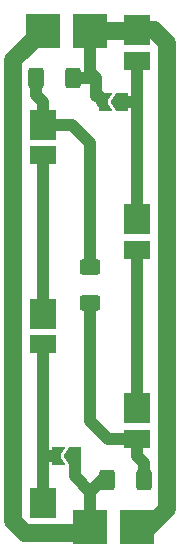
<source format=gbr>
%TF.GenerationSoftware,KiCad,Pcbnew,6.0.7*%
%TF.CreationDate,2022-11-08T21:44:20-05:00*%
%TF.ProjectId,led-mc-50x16,6c65642d-6d63-42d3-9530-7831362e6b69,rev?*%
%TF.SameCoordinates,Original*%
%TF.FileFunction,Copper,L1,Top*%
%TF.FilePolarity,Positive*%
%FSLAX46Y46*%
G04 Gerber Fmt 4.6, Leading zero omitted, Abs format (unit mm)*
G04 Created by KiCad (PCBNEW 6.0.7) date 2022-11-08 21:44:20*
%MOMM*%
%LPD*%
G01*
G04 APERTURE LIST*
G04 Aperture macros list*
%AMRoundRect*
0 Rectangle with rounded corners*
0 $1 Rounding radius*
0 $2 $3 $4 $5 $6 $7 $8 $9 X,Y pos of 4 corners*
0 Add a 4 corners polygon primitive as box body*
4,1,4,$2,$3,$4,$5,$6,$7,$8,$9,$2,$3,0*
0 Add four circle primitives for the rounded corners*
1,1,$1+$1,$2,$3*
1,1,$1+$1,$4,$5*
1,1,$1+$1,$6,$7*
1,1,$1+$1,$8,$9*
0 Add four rect primitives between the rounded corners*
20,1,$1+$1,$2,$3,$4,$5,0*
20,1,$1+$1,$4,$5,$6,$7,0*
20,1,$1+$1,$6,$7,$8,$9,0*
20,1,$1+$1,$8,$9,$2,$3,0*%
%AMFreePoly0*
4,1,6,1.000000,0.000000,0.500000,-0.750000,-0.500000,-0.750000,-0.500000,0.750000,0.500000,0.750000,1.000000,0.000000,1.000000,0.000000,$1*%
%AMFreePoly1*
4,1,6,0.500000,-0.750000,-0.650000,-0.750000,-0.150000,0.000000,-0.650000,0.750000,0.500000,0.750000,0.500000,-0.750000,0.500000,-0.750000,$1*%
G04 Aperture macros list end*
%TA.AperFunction,SMDPad,CuDef*%
%ADD10FreePoly0,180.000000*%
%TD*%
%TA.AperFunction,SMDPad,CuDef*%
%ADD11FreePoly1,180.000000*%
%TD*%
%TA.AperFunction,SMDPad,CuDef*%
%ADD12R,2.200000X2.500000*%
%TD*%
%TA.AperFunction,SMDPad,CuDef*%
%ADD13R,2.200000X1.550000*%
%TD*%
%TA.AperFunction,SMDPad,CuDef*%
%ADD14R,3.000000X3.000000*%
%TD*%
%TA.AperFunction,SMDPad,CuDef*%
%ADD15RoundRect,0.250000X-0.400000X-0.625000X0.400000X-0.625000X0.400000X0.625000X-0.400000X0.625000X0*%
%TD*%
%TA.AperFunction,SMDPad,CuDef*%
%ADD16RoundRect,0.250000X0.625000X-0.400000X0.625000X0.400000X-0.625000X0.400000X-0.625000X-0.400000X0*%
%TD*%
%TA.AperFunction,Conductor*%
%ADD17C,1.000000*%
%TD*%
%TA.AperFunction,Conductor*%
%ADD18C,1.500000*%
%TD*%
G04 APERTURE END LIST*
D10*
%TO.P,JP2,1,A*%
%TO.N,Net-(D5-Pad1)*%
X80725000Y-80000000D03*
D11*
%TO.P,JP2,2,B*%
%TO.N,GND*%
X79275000Y-80000000D03*
%TD*%
D12*
%TO.P,D4,1,K*%
%TO.N,Net-(D4-Pad1)*%
X82000000Y-105950000D03*
D13*
%TO.P,D4,2,A*%
%TO.N,Net-(R2-Pad2)*%
X82000000Y-108525000D03*
%TD*%
D14*
%TO.P,J4,1,Pin_1*%
%TO.N,GND*%
X78000000Y-74000000D03*
%TD*%
D12*
%TO.P,D2,1,K*%
%TO.N,Net-(D2-Pad1)*%
X74000000Y-97950000D03*
D13*
%TO.P,D2,2,A*%
%TO.N,Net-(D1-Pad1)*%
X74000000Y-100525000D03*
%TD*%
D10*
%TO.P,JP1,1,A*%
%TO.N,VDC*%
X76725000Y-110000000D03*
D11*
%TO.P,JP1,2,B*%
%TO.N,Net-(D1-Pad1)*%
X75275000Y-110000000D03*
%TD*%
D12*
%TO.P,D1,1,K*%
%TO.N,Net-(D1-Pad1)*%
X74000000Y-113950000D03*
D13*
%TO.P,D1,2,A*%
%TO.N,VDC*%
X74000000Y-116525000D03*
%TD*%
D15*
%TO.P,R2,1*%
%TO.N,VDC*%
X79450000Y-112000000D03*
%TO.P,R2,2*%
%TO.N,Net-(R2-Pad2)*%
X82550000Y-112000000D03*
%TD*%
%TO.P,R1,1*%
%TO.N,Net-(R1-Pad1)*%
X73450000Y-78000000D03*
%TO.P,R1,2*%
%TO.N,GND*%
X76550000Y-78000000D03*
%TD*%
D12*
%TO.P,D6,1,K*%
%TO.N,GND*%
X82000000Y-73950000D03*
D13*
%TO.P,D6,2,A*%
%TO.N,Net-(D5-Pad1)*%
X82000000Y-76525000D03*
%TD*%
D12*
%TO.P,D5,1,K*%
%TO.N,Net-(D5-Pad1)*%
X82000000Y-89950000D03*
D13*
%TO.P,D5,2,A*%
%TO.N,Net-(D4-Pad1)*%
X82000000Y-92525000D03*
%TD*%
D14*
%TO.P,J1,1,Pin_1*%
%TO.N,VDC*%
X78000000Y-116000000D03*
%TD*%
%TO.P,J2,1,Pin_1*%
%TO.N,VDC*%
X74000000Y-74000000D03*
%TD*%
%TO.P,J3,1,Pin_1*%
%TO.N,GND*%
X82000000Y-116000000D03*
%TD*%
D12*
%TO.P,D3,1,K*%
%TO.N,Net-(R1-Pad1)*%
X74000000Y-81950000D03*
D13*
%TO.P,D3,2,A*%
%TO.N,Net-(D2-Pad1)*%
X74000000Y-84525000D03*
%TD*%
D16*
%TO.P,R3,1*%
%TO.N,Net-(R2-Pad2)*%
X78000000Y-97050000D03*
%TO.P,R3,2*%
%TO.N,Net-(R1-Pad1)*%
X78000000Y-93950000D03*
%TD*%
D17*
%TO.N,Net-(D1-Pad1)*%
X74000000Y-113950000D02*
X74000000Y-110000000D01*
X74000000Y-110000000D02*
X74000000Y-100525000D01*
X74000000Y-110000000D02*
X75025000Y-110000000D01*
%TO.N,VDC*%
X76725000Y-111725000D02*
X78000000Y-113000000D01*
X79000000Y-112000000D02*
X79450000Y-112000000D01*
D18*
X71500000Y-76500000D02*
X74000000Y-74000000D01*
X72525000Y-116525000D02*
X71500000Y-115500000D01*
X71500000Y-115500000D02*
X71500000Y-76500000D01*
D17*
X78000000Y-113000000D02*
X79000000Y-112000000D01*
D18*
X78000000Y-116000000D02*
X77475000Y-116525000D01*
X77475000Y-116525000D02*
X74000000Y-116525000D01*
D17*
X78000000Y-113000000D02*
X78000000Y-116000000D01*
X76725000Y-110000000D02*
X76725000Y-111725000D01*
D18*
X74000000Y-116525000D02*
X72525000Y-116525000D01*
D17*
%TO.N,Net-(D2-Pad1)*%
X74000000Y-97950000D02*
X74000000Y-84525000D01*
%TO.N,Net-(R1-Pad1)*%
X76450000Y-81950000D02*
X74000000Y-81950000D01*
X78000000Y-93950000D02*
X78000000Y-83500000D01*
X78000000Y-83500000D02*
X76450000Y-81950000D01*
X73450000Y-79450000D02*
X73450000Y-78000000D01*
X74000000Y-80000000D02*
X73450000Y-79450000D01*
X74000000Y-81950000D02*
X74000000Y-80000000D01*
%TO.N,Net-(D4-Pad1)*%
X82000000Y-92525000D02*
X82000000Y-105950000D01*
%TO.N,Net-(R2-Pad2)*%
X78000000Y-97050000D02*
X78000000Y-107000000D01*
X79525000Y-108525000D02*
X82000000Y-108525000D01*
X82000000Y-110000000D02*
X82000000Y-108525000D01*
X78000000Y-107000000D02*
X79525000Y-108525000D01*
X82550000Y-112000000D02*
X82550000Y-110550000D01*
X82550000Y-110550000D02*
X82000000Y-110000000D01*
%TO.N,Net-(D5-Pad1)*%
X82000000Y-76525000D02*
X82000000Y-80000000D01*
X82000000Y-80000000D02*
X80725000Y-80000000D01*
X82000000Y-80000000D02*
X82000000Y-89950000D01*
%TO.N,GND*%
X79025000Y-79750000D02*
X79025000Y-80000000D01*
X76550000Y-78000000D02*
X78500000Y-78000000D01*
X78500000Y-78000000D02*
X78000000Y-77500000D01*
D18*
X78000000Y-74000000D02*
X81950000Y-74000000D01*
X81950000Y-74000000D02*
X82000000Y-73950000D01*
D17*
X78000000Y-77500000D02*
X78000000Y-74000000D01*
X78500000Y-79500000D02*
X78775000Y-79500000D01*
D18*
X84500000Y-75000000D02*
X84500000Y-114500000D01*
X83450000Y-73950000D02*
X84500000Y-75000000D01*
X82000000Y-73950000D02*
X83450000Y-73950000D01*
D17*
X78775000Y-79500000D02*
X79025000Y-79750000D01*
D18*
X83000000Y-116000000D02*
X82000000Y-116000000D01*
X84500000Y-114500000D02*
X83000000Y-116000000D01*
D17*
X78500000Y-78000000D02*
X78500000Y-79500000D01*
%TD*%
M02*

</source>
